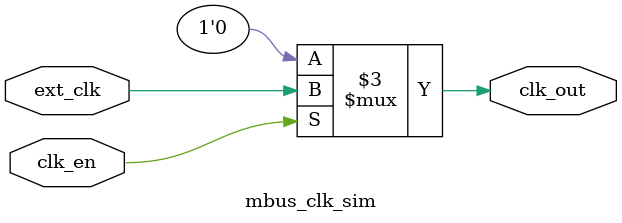
<source format=v>
/*
 * MBus Copyright 2015 Regents of the University of Michigan
 *
 * Licensed under the Apache License, Version 2.0 (the "License");
 * you may not use this file except in compliance with the License.
 * You may obtain a copy of the License at
 *
 *     http://www.apache.org/licenses/LICENSE-2.0
 *
 * Unless required by applicable law or agreed to in writing, software
 * distributed under the License is distributed on an "AS IS" BASIS,
 * WITHOUT WARRANTIES OR CONDITIONS OF ANY KIND, either express or implied.
 * See the License for the specific language governing permissions and
 * limitations under the License.
 */

module mbus_clk_sim(
	input	ext_clk,	// generated from testbench, always ticking
	input	clk_en,		// from sleep controller
	output	reg clk_out	// to sleep controller, mbus
);

//assign clk_out = #5 (clk_en&ext_clk);

always @ *
begin
	if(clk_en)
		#3 clk_out <= #3 ext_clk;
	else
		#3 clk_out <= #3 1'b0;
end

endmodule

</source>
